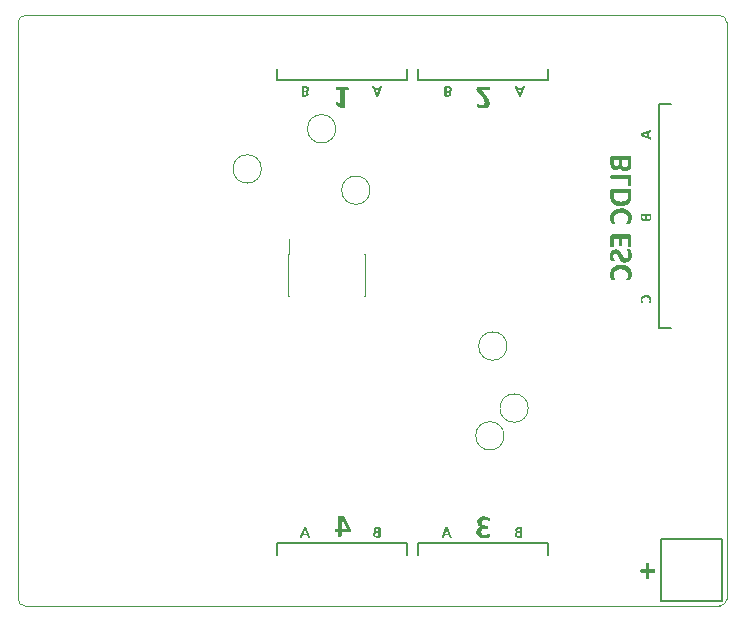
<source format=gbr>
%TF.GenerationSoftware,KiCad,Pcbnew,8.0.3*%
%TF.CreationDate,2024-11-14T20:38:21+13:00*%
%TF.ProjectId,combat-r1,636f6d62-6174-42d7-9231-2e6b69636164,rev?*%
%TF.SameCoordinates,Original*%
%TF.FileFunction,Legend,Bot*%
%TF.FilePolarity,Positive*%
%FSLAX46Y46*%
G04 Gerber Fmt 4.6, Leading zero omitted, Abs format (unit mm)*
G04 Created by KiCad (PCBNEW 8.0.3) date 2024-11-14 20:38:21*
%MOMM*%
%LPD*%
G01*
G04 APERTURE LIST*
%ADD10C,0.200000*%
%ADD11C,0.400000*%
%ADD12C,0.120000*%
%TA.AperFunction,Profile*%
%ADD13C,0.050000*%
%TD*%
G04 APERTURE END LIST*
D10*
X175300000Y-101500000D02*
X174300000Y-101500000D01*
X153900000Y-119700000D02*
X164900000Y-119700000D01*
X141900000Y-120700000D02*
X141900000Y-119700000D01*
X164900000Y-119700000D02*
X164900000Y-120700000D01*
X153900000Y-120700000D02*
X153900000Y-119700000D01*
X152900000Y-119700000D02*
X152900000Y-120700000D01*
X164900000Y-80500000D02*
X153900000Y-80500000D01*
X174300000Y-101500000D02*
X174300000Y-82500000D01*
X153900000Y-80500000D02*
X153900000Y-79500000D01*
X174400000Y-119300000D02*
X179600000Y-119300000D01*
X179600000Y-124600000D01*
X174400000Y-124600000D01*
X174400000Y-119300000D01*
X141900000Y-80500000D02*
X141900000Y-79500000D01*
X152900000Y-80500000D02*
X141900000Y-80500000D01*
X141900000Y-119700000D02*
X152900000Y-119700000D01*
X174300000Y-82500000D02*
X175300000Y-82500000D01*
X164900000Y-79500000D02*
X164900000Y-80500000D01*
X152900000Y-79500000D02*
X152900000Y-80500000D01*
G36*
X173603032Y-84698709D02*
G01*
X173613046Y-84723378D01*
X173615000Y-84772959D01*
X173613778Y-84820586D01*
X173608649Y-84848674D01*
X173598391Y-84863085D01*
X173582271Y-84870412D01*
X173411789Y-84926832D01*
X173411789Y-85260468D01*
X173586912Y-85320307D01*
X173601322Y-85327146D01*
X173609870Y-85341556D01*
X173614023Y-85371354D01*
X173614252Y-85376536D01*
X173615000Y-85426064D01*
X173614993Y-85430221D01*
X173613290Y-85479065D01*
X173604497Y-85505687D01*
X173583004Y-85511305D01*
X173544169Y-85501047D01*
X172761615Y-85226274D01*
X172741099Y-85216260D01*
X172729863Y-85196964D01*
X172724979Y-85159595D01*
X172724506Y-85144818D01*
X172724002Y-85095115D01*
X172724006Y-85092184D01*
X172889354Y-85092184D01*
X172889354Y-85092917D01*
X173271106Y-85218702D01*
X173271106Y-84966643D01*
X172889354Y-85092184D01*
X172724006Y-85092184D01*
X172724010Y-85088685D01*
X172724979Y-85038695D01*
X172729863Y-85005478D01*
X172740854Y-84987893D01*
X172759417Y-84978367D01*
X173542704Y-84704327D01*
X173581050Y-84693824D01*
X173603032Y-84698709D01*
G37*
G36*
X150730221Y-80985006D02*
G01*
X150779065Y-80986709D01*
X150805687Y-80995502D01*
X150811305Y-81016995D01*
X150801047Y-81055830D01*
X150526274Y-81838384D01*
X150516260Y-81858900D01*
X150496964Y-81870136D01*
X150459595Y-81875020D01*
X150444818Y-81875493D01*
X150395115Y-81875997D01*
X150388685Y-81875989D01*
X150338695Y-81875020D01*
X150305478Y-81870136D01*
X150287893Y-81859145D01*
X150278367Y-81840582D01*
X150099348Y-81328893D01*
X150266643Y-81328893D01*
X150392184Y-81710645D01*
X150392917Y-81710645D01*
X150518702Y-81328893D01*
X150266643Y-81328893D01*
X150099348Y-81328893D01*
X150004327Y-81057295D01*
X149993824Y-81018949D01*
X149998709Y-80996967D01*
X150023378Y-80986953D01*
X150072959Y-80985000D01*
X150120586Y-80986221D01*
X150148674Y-80991350D01*
X150163085Y-81001608D01*
X150170412Y-81017728D01*
X150226832Y-81188210D01*
X150560468Y-81188210D01*
X150620307Y-81013087D01*
X150627146Y-80998677D01*
X150641556Y-80990129D01*
X150671354Y-80985976D01*
X150676536Y-80985747D01*
X150726064Y-80985000D01*
X150730221Y-80985006D01*
G37*
D11*
G36*
X147987648Y-81208729D02*
G01*
X147983252Y-81142784D01*
X147971528Y-81099797D01*
X147954431Y-81076838D01*
X147932938Y-81070000D01*
X146952058Y-81070000D01*
X146931053Y-81076838D01*
X146913956Y-81099797D01*
X146902233Y-81142784D01*
X146898325Y-81208729D01*
X146901744Y-81275652D01*
X146912491Y-81319616D01*
X146929588Y-81343551D01*
X146952058Y-81351367D01*
X147282763Y-81351367D01*
X147282763Y-82508101D01*
X146996999Y-82351786D01*
X146945220Y-82333224D01*
X146913956Y-82341528D01*
X146897836Y-82381095D01*
X146893929Y-82460230D01*
X146895394Y-82512986D01*
X146902233Y-82548646D01*
X146916887Y-82573070D01*
X146943266Y-82593098D01*
X147325261Y-82834410D01*
X147342358Y-82843203D01*
X147369225Y-82848576D01*
X147412700Y-82851018D01*
X147482065Y-82851995D01*
X147566573Y-82850041D01*
X147614933Y-82843203D01*
X147636915Y-82830013D01*
X147642777Y-82809497D01*
X147642777Y-81351367D01*
X147932449Y-81351367D01*
X147955408Y-81343551D01*
X147972993Y-81319616D01*
X147984229Y-81275652D01*
X147987648Y-81208729D01*
G37*
D10*
G36*
X156442572Y-80986395D02*
G01*
X156491591Y-80991350D01*
X156526226Y-80997837D01*
X156573656Y-81011378D01*
X156599408Y-81021647D01*
X156644242Y-81046060D01*
X156663357Y-81060128D01*
X156699197Y-81096618D01*
X156713798Y-81117808D01*
X156735101Y-81164030D01*
X156744117Y-81199052D01*
X156748290Y-81249026D01*
X156746332Y-81281461D01*
X156734368Y-81329870D01*
X156724842Y-81351556D01*
X156696999Y-81392885D01*
X156683015Y-81407205D01*
X156641311Y-81436605D01*
X156618761Y-81447147D01*
X156571702Y-81460540D01*
X156580777Y-81464218D01*
X156624214Y-81489849D01*
X156629843Y-81494456D01*
X156663049Y-81531615D01*
X156667819Y-81539214D01*
X156686985Y-81584371D01*
X156690221Y-81597263D01*
X156695289Y-81646165D01*
X156695269Y-81649829D01*
X156690099Y-81701120D01*
X156674528Y-81748258D01*
X156651269Y-81785514D01*
X156615177Y-81819822D01*
X156612748Y-81821578D01*
X156569074Y-81845858D01*
X156519923Y-81862076D01*
X156486059Y-81868805D01*
X156434717Y-81874352D01*
X156381437Y-81875997D01*
X156158199Y-81875997D01*
X156120097Y-81862564D01*
X156104710Y-81818845D01*
X156104710Y-81735314D01*
X156281786Y-81735314D01*
X156373133Y-81735314D01*
X156390694Y-81734940D01*
X156440055Y-81727498D01*
X156481577Y-81705516D01*
X156506489Y-81669612D01*
X156514794Y-81620764D01*
X156507222Y-81574357D01*
X156484019Y-81536011D01*
X156445184Y-81510122D01*
X156432591Y-81506061D01*
X156382903Y-81500840D01*
X156281786Y-81500840D01*
X156281786Y-81735314D01*
X156104710Y-81735314D01*
X156104710Y-81375788D01*
X156281786Y-81375788D01*
X156389009Y-81375788D01*
X156420734Y-81374749D01*
X156469120Y-81366995D01*
X156476703Y-81364679D01*
X156520167Y-81341838D01*
X156521409Y-81340808D01*
X156550453Y-81301294D01*
X156552857Y-81295203D01*
X156560711Y-81246584D01*
X156560669Y-81242974D01*
X156549965Y-81194560D01*
X156520411Y-81156458D01*
X156475715Y-81133499D01*
X156462129Y-81130080D01*
X156412212Y-81125683D01*
X156281786Y-81125683D01*
X156281786Y-81375788D01*
X156104710Y-81375788D01*
X156104710Y-81042152D01*
X156120097Y-80998433D01*
X156158199Y-80985000D01*
X156394626Y-80985000D01*
X156442572Y-80986395D01*
G37*
D11*
G36*
X160004257Y-81211172D02*
G01*
X160000837Y-81145715D01*
X159990579Y-81101751D01*
X159972505Y-81077327D01*
X159948081Y-81070000D01*
X158925680Y-81070000D01*
X158873901Y-81075373D01*
X158837753Y-81095889D01*
X158817725Y-81140830D01*
X158811863Y-81216545D01*
X158815771Y-81292260D01*
X158830914Y-81347948D01*
X158859246Y-81396308D01*
X158903698Y-81447599D01*
X159211444Y-81792470D01*
X159280175Y-81867440D01*
X159344854Y-81946931D01*
X159359455Y-81966859D01*
X159415166Y-82051404D01*
X159447383Y-82110963D01*
X159483744Y-82203103D01*
X159490858Y-82231130D01*
X159502536Y-82328989D01*
X159502582Y-82335177D01*
X159487927Y-82426524D01*
X159445429Y-82501751D01*
X159374598Y-82552065D01*
X159278047Y-82570609D01*
X159274459Y-82570628D01*
X159176024Y-82562423D01*
X159130844Y-82551577D01*
X159039236Y-82517394D01*
X159020935Y-82508590D01*
X158941800Y-82465115D01*
X158892463Y-82445575D01*
X158871458Y-82453391D01*
X158856804Y-82479281D01*
X158848011Y-82528618D01*
X158844591Y-82603845D01*
X158846545Y-82654159D01*
X158852407Y-82689330D01*
X158863642Y-82715708D01*
X158887578Y-82742575D01*
X158951081Y-82782142D01*
X159043869Y-82821967D01*
X159064410Y-82829036D01*
X159158777Y-82856014D01*
X159212910Y-82867627D01*
X159311613Y-82880679D01*
X159381926Y-82883258D01*
X159481027Y-82878312D01*
X159584144Y-82860040D01*
X159624215Y-82848087D01*
X159713924Y-82809104D01*
X159796650Y-82750390D01*
X159863008Y-82672629D01*
X159899232Y-82601891D01*
X159925532Y-82506821D01*
X159932938Y-82416755D01*
X159927082Y-82313954D01*
X159916329Y-82244808D01*
X159886362Y-82145563D01*
X159847453Y-82062602D01*
X159793824Y-81973097D01*
X159734611Y-81889978D01*
X159700418Y-81846203D01*
X159635179Y-81768599D01*
X159566185Y-81692392D01*
X159496683Y-81619593D01*
X159449337Y-81571674D01*
X159241730Y-81351367D01*
X159942219Y-81351367D01*
X159967620Y-81343551D01*
X159987648Y-81319127D01*
X159999860Y-81275163D01*
X160004257Y-81211172D01*
G37*
D10*
G36*
X173469187Y-99341451D02*
G01*
X173497030Y-99340474D01*
X173516814Y-99337299D01*
X173530980Y-99331926D01*
X173546367Y-99320935D01*
X173570547Y-99291626D01*
X173594820Y-99248162D01*
X173599124Y-99238625D01*
X173615517Y-99191367D01*
X173621594Y-99167062D01*
X173629140Y-99117171D01*
X173630631Y-99080356D01*
X173628390Y-99030383D01*
X173620643Y-98978167D01*
X173607362Y-98929433D01*
X173602299Y-98915492D01*
X173579530Y-98867546D01*
X173550182Y-98824795D01*
X173517791Y-98790439D01*
X173475851Y-98757837D01*
X173431964Y-98733108D01*
X173382590Y-98713053D01*
X173377351Y-98711305D01*
X173327770Y-98698081D01*
X173273822Y-98689185D01*
X173222203Y-98684911D01*
X173181224Y-98683949D01*
X173125903Y-98685842D01*
X173073757Y-98691521D01*
X173024787Y-98700985D01*
X172978991Y-98714236D01*
X172931498Y-98733165D01*
X172883985Y-98758639D01*
X172842006Y-98788787D01*
X172830491Y-98798744D01*
X172795778Y-98834755D01*
X172766740Y-98875012D01*
X172743380Y-98919515D01*
X172739389Y-98928925D01*
X172723031Y-98977902D01*
X172712732Y-99029885D01*
X172708643Y-99079239D01*
X172708370Y-99096231D01*
X172711372Y-99145893D01*
X172714720Y-99167550D01*
X172726215Y-99216185D01*
X172731085Y-99231053D01*
X172750418Y-99276339D01*
X172754532Y-99283810D01*
X172777247Y-99316538D01*
X172792878Y-99329239D01*
X172809242Y-99334612D01*
X172832445Y-99337788D01*
X172865418Y-99338764D01*
X172901322Y-99337299D01*
X172925258Y-99332658D01*
X172938691Y-99324354D01*
X172942843Y-99313363D01*
X172930875Y-99287229D01*
X172903764Y-99246196D01*
X172882274Y-99201307D01*
X172876898Y-99186601D01*
X172866403Y-99138001D01*
X172864685Y-99103803D01*
X172870059Y-99053672D01*
X172886179Y-99009281D01*
X172914254Y-98968611D01*
X172947728Y-98938450D01*
X172991936Y-98912866D01*
X173040923Y-98895203D01*
X173044448Y-98894243D01*
X173092866Y-98884438D01*
X173141782Y-98879824D01*
X173172187Y-98879099D01*
X173223300Y-98881004D01*
X173273463Y-98887427D01*
X173307254Y-98895219D01*
X173353262Y-98911942D01*
X173396569Y-98937466D01*
X173401287Y-98941137D01*
X173435165Y-98976503D01*
X173456242Y-99013433D01*
X173470344Y-99061292D01*
X173474316Y-99108443D01*
X173470452Y-99158401D01*
X173462103Y-99191486D01*
X173443062Y-99236871D01*
X173434993Y-99251814D01*
X173408126Y-99293091D01*
X173396158Y-99318004D01*
X173398845Y-99328995D01*
X173409347Y-99335834D01*
X173431329Y-99339986D01*
X173469187Y-99341451D01*
G37*
G36*
X162830221Y-80985006D02*
G01*
X162879065Y-80986709D01*
X162905687Y-80995502D01*
X162911305Y-81016995D01*
X162901047Y-81055830D01*
X162626274Y-81838384D01*
X162616260Y-81858900D01*
X162596964Y-81870136D01*
X162559595Y-81875020D01*
X162544818Y-81875493D01*
X162495115Y-81875997D01*
X162488685Y-81875989D01*
X162438695Y-81875020D01*
X162405478Y-81870136D01*
X162387893Y-81859145D01*
X162378367Y-81840582D01*
X162199348Y-81328893D01*
X162366643Y-81328893D01*
X162492184Y-81710645D01*
X162492917Y-81710645D01*
X162618702Y-81328893D01*
X162366643Y-81328893D01*
X162199348Y-81328893D01*
X162104327Y-81057295D01*
X162093824Y-81018949D01*
X162098709Y-80996967D01*
X162123378Y-80986953D01*
X162172959Y-80985000D01*
X162220586Y-80986221D01*
X162248674Y-80991350D01*
X162263085Y-81001608D01*
X162270412Y-81017728D01*
X162326832Y-81188210D01*
X162660468Y-81188210D01*
X162720307Y-81013087D01*
X162727146Y-80998677D01*
X162741556Y-80990129D01*
X162771354Y-80985976D01*
X162776536Y-80985747D01*
X162826064Y-80985000D01*
X162830221Y-80985006D01*
G37*
D11*
G36*
X173933566Y-122032791D02*
G01*
X173929170Y-122099713D01*
X173916958Y-122143189D01*
X173897418Y-122166636D01*
X173874459Y-122173475D01*
X173447034Y-122173475D01*
X173447034Y-122646329D01*
X173440195Y-122670753D01*
X173416748Y-122688827D01*
X173372784Y-122701039D01*
X173303908Y-122704947D01*
X173235032Y-122701039D01*
X173191068Y-122688827D01*
X173167132Y-122670753D01*
X173159805Y-122646329D01*
X173159805Y-122173475D01*
X172733845Y-122173475D01*
X172710886Y-122166636D01*
X172692324Y-122143189D01*
X172679623Y-122099713D01*
X172674738Y-122032791D01*
X172678646Y-121966845D01*
X172690370Y-121922882D01*
X172707467Y-121899434D01*
X172729937Y-121892107D01*
X173159805Y-121892107D01*
X173159805Y-121421695D01*
X173167132Y-121396294D01*
X173191068Y-121376755D01*
X173235032Y-121365031D01*
X173303908Y-121360635D01*
X173372784Y-121365031D01*
X173416748Y-121376755D01*
X173440195Y-121396294D01*
X173447034Y-121421695D01*
X173447034Y-121892107D01*
X173878367Y-121892107D01*
X173899861Y-121899434D01*
X173917446Y-121922882D01*
X173929170Y-121966845D01*
X173933566Y-122032791D01*
G37*
D10*
G36*
X156311314Y-118324010D02*
G01*
X156361304Y-118324979D01*
X156394521Y-118329863D01*
X156412106Y-118340854D01*
X156421632Y-118359417D01*
X156695672Y-119142704D01*
X156706175Y-119181050D01*
X156701290Y-119203032D01*
X156676621Y-119213046D01*
X156627040Y-119215000D01*
X156579413Y-119213778D01*
X156551325Y-119208649D01*
X156536914Y-119198391D01*
X156529587Y-119182271D01*
X156473167Y-119011789D01*
X156139531Y-119011789D01*
X156079692Y-119186912D01*
X156072853Y-119201322D01*
X156058443Y-119209870D01*
X156028645Y-119214023D01*
X156023463Y-119214252D01*
X155973935Y-119215000D01*
X155969778Y-119214993D01*
X155920934Y-119213290D01*
X155894312Y-119204497D01*
X155888694Y-119183004D01*
X155898952Y-119144169D01*
X155994831Y-118871106D01*
X156181297Y-118871106D01*
X156433356Y-118871106D01*
X156307815Y-118489354D01*
X156307082Y-118489354D01*
X156181297Y-118871106D01*
X155994831Y-118871106D01*
X156173725Y-118361615D01*
X156183739Y-118341099D01*
X156203035Y-118329863D01*
X156240404Y-118324979D01*
X156255181Y-118324506D01*
X156304884Y-118324002D01*
X156311314Y-118324010D01*
G37*
D11*
G36*
X147319947Y-117348029D02*
G01*
X147417934Y-117350935D01*
X147493160Y-117359727D01*
X147539078Y-117374870D01*
X147562037Y-117395875D01*
X148114514Y-118366008D01*
X148137473Y-118414856D01*
X148151151Y-118463217D01*
X148157990Y-118520858D01*
X148159943Y-118595596D01*
X148155059Y-118680104D01*
X148139916Y-118728953D01*
X148114514Y-118750446D01*
X148080320Y-118754842D01*
X147399860Y-118754842D01*
X147399860Y-119075289D01*
X147392532Y-119099225D01*
X147365177Y-119116322D01*
X147311444Y-119126580D01*
X147228401Y-119130000D01*
X147143405Y-119126580D01*
X147089671Y-119116322D01*
X147060851Y-119099225D01*
X147052546Y-119075289D01*
X147052546Y-118754842D01*
X146894765Y-118754842D01*
X146855687Y-118719672D01*
X146853068Y-118712698D01*
X146841032Y-118615624D01*
X146841095Y-118606209D01*
X146857152Y-118506203D01*
X146894765Y-118473475D01*
X147052546Y-118473475D01*
X147399860Y-118473475D01*
X147871248Y-118473475D01*
X147402791Y-117660635D01*
X147399860Y-117660635D01*
X147399860Y-118473475D01*
X147052546Y-118473475D01*
X147052546Y-117407110D01*
X147066224Y-117381221D01*
X147109699Y-117362658D01*
X147188834Y-117351423D01*
X147208057Y-117350261D01*
X147308024Y-117348004D01*
X147319947Y-117348029D01*
G37*
G36*
X171903133Y-86937683D02*
G01*
X171930000Y-87013887D01*
X171930000Y-87486741D01*
X171927209Y-87582632D01*
X171917299Y-87680670D01*
X171904325Y-87749940D01*
X171877243Y-87844801D01*
X171856705Y-87896304D01*
X171807878Y-87985973D01*
X171779742Y-88024203D01*
X171706762Y-88095883D01*
X171664383Y-88125084D01*
X171571939Y-88167690D01*
X171501895Y-88185722D01*
X171401946Y-88194068D01*
X171337077Y-88190153D01*
X171240258Y-88166224D01*
X171196886Y-88147172D01*
X171114228Y-88091486D01*
X171085588Y-88063519D01*
X171026789Y-87980111D01*
X171005705Y-87935010D01*
X170978918Y-87840893D01*
X170971562Y-87859042D01*
X170920300Y-87945917D01*
X170911087Y-87957175D01*
X170836769Y-88023587D01*
X170821570Y-88033127D01*
X170731256Y-88071458D01*
X170705473Y-88077930D01*
X170607669Y-88088067D01*
X170600341Y-88088026D01*
X170497759Y-88077686D01*
X170403482Y-88046545D01*
X170328971Y-88000027D01*
X170260355Y-87927843D01*
X170256842Y-87922984D01*
X170208283Y-87835637D01*
X170175847Y-87737334D01*
X170162388Y-87669607D01*
X170151294Y-87566922D01*
X170148004Y-87460363D01*
X170148004Y-87443754D01*
X170429371Y-87443754D01*
X170430119Y-87478876D01*
X170445003Y-87577599D01*
X170488967Y-87660642D01*
X170560774Y-87710467D01*
X170658471Y-87727076D01*
X170751284Y-87711933D01*
X170827976Y-87665527D01*
X170879755Y-87587857D01*
X170887876Y-87562670D01*
X170897035Y-87475506D01*
X171148422Y-87475506D01*
X171150500Y-87538957D01*
X171166008Y-87635729D01*
X171170641Y-87650895D01*
X171216322Y-87737822D01*
X171218383Y-87740307D01*
X171297411Y-87798395D01*
X171309592Y-87803203D01*
X171406831Y-87818911D01*
X171414050Y-87818827D01*
X171510879Y-87797418D01*
X171587083Y-87738311D01*
X171633000Y-87648918D01*
X171639839Y-87621746D01*
X171648632Y-87521912D01*
X171648632Y-87261060D01*
X171148422Y-87261060D01*
X171148422Y-87475506D01*
X170897035Y-87475506D01*
X170898318Y-87463294D01*
X170898318Y-87261060D01*
X170429371Y-87261060D01*
X170429371Y-87443754D01*
X170148004Y-87443754D01*
X170148004Y-87013887D01*
X170174870Y-86937683D01*
X170262309Y-86906908D01*
X171815694Y-86906908D01*
X171903133Y-86937683D01*
G37*
G36*
X171771730Y-89452407D02*
G01*
X171844515Y-89448988D01*
X171893363Y-89438730D01*
X171921695Y-89421633D01*
X171930000Y-89397697D01*
X171930000Y-88582903D01*
X171903621Y-88506699D01*
X171816182Y-88475924D01*
X170205645Y-88475924D01*
X170181221Y-88484717D01*
X170163147Y-88514515D01*
X170152400Y-88569714D01*
X170148004Y-88657153D01*
X170152400Y-88745080D01*
X170163147Y-88799790D01*
X170180732Y-88829100D01*
X170205157Y-88838381D01*
X171617369Y-88838381D01*
X171617369Y-89397697D01*
X171625184Y-89421633D01*
X171651074Y-89438730D01*
X171698946Y-89448988D01*
X171771730Y-89452407D01*
G37*
G36*
X171903133Y-89690788D02*
G01*
X171930000Y-89766992D01*
X171930000Y-90191486D01*
X171927545Y-90291791D01*
X171918730Y-90398754D01*
X171903502Y-90497535D01*
X171878709Y-90598883D01*
X171872007Y-90620052D01*
X171831631Y-90719829D01*
X171779805Y-90809493D01*
X171716531Y-90889044D01*
X171695274Y-90910994D01*
X171616353Y-90977092D01*
X171525029Y-91032314D01*
X171432233Y-91072714D01*
X171328536Y-91103648D01*
X171226954Y-91122645D01*
X171116518Y-91133644D01*
X171012623Y-91136706D01*
X170934926Y-91134628D01*
X170836938Y-91125393D01*
X170734366Y-91106171D01*
X170639909Y-91077599D01*
X170619961Y-91069999D01*
X170526290Y-91025644D01*
X170442732Y-90970699D01*
X170369288Y-90905164D01*
X170355761Y-90890793D01*
X170294481Y-90812817D01*
X170243791Y-90724632D01*
X170203691Y-90626238D01*
X170176772Y-90527410D01*
X170160240Y-90430026D01*
X170150668Y-90323666D01*
X170148004Y-90223238D01*
X170148004Y-90202233D01*
X170429371Y-90202233D01*
X170431522Y-90272023D01*
X170445215Y-90377307D01*
X170474312Y-90470900D01*
X170477156Y-90477275D01*
X170528168Y-90564079D01*
X170599853Y-90638451D01*
X170609983Y-90646491D01*
X170693381Y-90697797D01*
X170789874Y-90733217D01*
X170824497Y-90741801D01*
X170926011Y-90758097D01*
X171026301Y-90763014D01*
X171092415Y-90761402D01*
X171197161Y-90751132D01*
X171298387Y-90729309D01*
X171319851Y-90722689D01*
X171411160Y-90683846D01*
X171492805Y-90627704D01*
X171497651Y-90623427D01*
X171564818Y-90545910D01*
X171610041Y-90457711D01*
X171625078Y-90411015D01*
X171643205Y-90312386D01*
X171648632Y-90207606D01*
X171648632Y-90019539D01*
X170429371Y-90019539D01*
X170429371Y-90202233D01*
X170148004Y-90202233D01*
X170148004Y-89766992D01*
X170174870Y-89690788D01*
X170262309Y-89660014D01*
X171815694Y-89660014D01*
X171903133Y-89690788D01*
G37*
G36*
X171638374Y-92653943D02*
G01*
X171694061Y-92651989D01*
X171733628Y-92645638D01*
X171761960Y-92634892D01*
X171792735Y-92612910D01*
X171841095Y-92554291D01*
X171889640Y-92467364D01*
X171898248Y-92448290D01*
X171931034Y-92353774D01*
X171943189Y-92305164D01*
X171958280Y-92205381D01*
X171961263Y-92131751D01*
X171956780Y-92031807D01*
X171941286Y-91927374D01*
X171914725Y-91829906D01*
X171904598Y-91802023D01*
X171859061Y-91706132D01*
X171800364Y-91620631D01*
X171735582Y-91551919D01*
X171651702Y-91486715D01*
X171563928Y-91437255D01*
X171465181Y-91397146D01*
X171454703Y-91393649D01*
X171355540Y-91367203D01*
X171247644Y-91349411D01*
X171144406Y-91340862D01*
X171062449Y-91338939D01*
X170951807Y-91342725D01*
X170847515Y-91354082D01*
X170749574Y-91373011D01*
X170657983Y-91399511D01*
X170562997Y-91437370D01*
X170467971Y-91488317D01*
X170384013Y-91548615D01*
X170360983Y-91568527D01*
X170291556Y-91640550D01*
X170233481Y-91721065D01*
X170186760Y-91810070D01*
X170178778Y-91828890D01*
X170146063Y-91926845D01*
X170125465Y-92030810D01*
X170117286Y-92129518D01*
X170116741Y-92163503D01*
X170122744Y-92262826D01*
X170129441Y-92306141D01*
X170152431Y-92403410D01*
X170162170Y-92433147D01*
X170200836Y-92523719D01*
X170209064Y-92538660D01*
X170254494Y-92604117D01*
X170285757Y-92629518D01*
X170318485Y-92640265D01*
X170364891Y-92646615D01*
X170430837Y-92648569D01*
X170502644Y-92645638D01*
X170550516Y-92636357D01*
X170577383Y-92619749D01*
X170585687Y-92597767D01*
X170561751Y-92545499D01*
X170507529Y-92463433D01*
X170464548Y-92373655D01*
X170453796Y-92344243D01*
X170432806Y-92247042D01*
X170429371Y-92178646D01*
X170440118Y-92078384D01*
X170472358Y-91989602D01*
X170528509Y-91908262D01*
X170595457Y-91847941D01*
X170683872Y-91796772D01*
X170781846Y-91761445D01*
X170788897Y-91759525D01*
X170885733Y-91739916D01*
X170983564Y-91730688D01*
X171044375Y-91729239D01*
X171146600Y-91733049D01*
X171246926Y-91745894D01*
X171314508Y-91761479D01*
X171406524Y-91794925D01*
X171493139Y-91845972D01*
X171502575Y-91853314D01*
X171570330Y-91924047D01*
X171612484Y-91997906D01*
X171640689Y-92093624D01*
X171648632Y-92187927D01*
X171640904Y-92287842D01*
X171624207Y-92354012D01*
X171586124Y-92444782D01*
X171569986Y-92474668D01*
X171516252Y-92557222D01*
X171492316Y-92607048D01*
X171497690Y-92629030D01*
X171518695Y-92642707D01*
X171562658Y-92651012D01*
X171638374Y-92653943D01*
G37*
G36*
X171789316Y-94592254D02*
G01*
X171855750Y-94588834D01*
X171898736Y-94578576D01*
X171922672Y-94561479D01*
X171930000Y-94538520D01*
X171930000Y-93645568D01*
X171903133Y-93569365D01*
X171815694Y-93538590D01*
X170262309Y-93538590D01*
X170174870Y-93569365D01*
X170148004Y-93645568D01*
X170148004Y-94533147D01*
X170154842Y-94555129D01*
X170178778Y-94571737D01*
X170222742Y-94581996D01*
X170290153Y-94585415D01*
X170355122Y-94581996D01*
X170398108Y-94571737D01*
X170422044Y-94555129D01*
X170429371Y-94533147D01*
X170429371Y-93898116D01*
X170867055Y-93898116D01*
X170867055Y-94435450D01*
X170874870Y-94458409D01*
X170898806Y-94475506D01*
X170941793Y-94485764D01*
X171008227Y-94489183D01*
X171075638Y-94485764D01*
X171118136Y-94475506D01*
X171141584Y-94458409D01*
X171148422Y-94435450D01*
X171148422Y-93898116D01*
X171648632Y-93898116D01*
X171648632Y-94538520D01*
X171656448Y-94561479D01*
X171680383Y-94578576D01*
X171723370Y-94588834D01*
X171789316Y-94592254D01*
G37*
G36*
X171395596Y-95930705D02*
G01*
X171495934Y-95923354D01*
X171593781Y-95898803D01*
X171641793Y-95878437D01*
X171727812Y-95825596D01*
X171800368Y-95758544D01*
X171818625Y-95736776D01*
X171873963Y-95653094D01*
X171916024Y-95557631D01*
X171925603Y-95528192D01*
X171948691Y-95428293D01*
X171960009Y-95323072D01*
X171961263Y-95272714D01*
X171956471Y-95173023D01*
X171946120Y-95101256D01*
X171923509Y-95005817D01*
X171909483Y-94962037D01*
X171870374Y-94871370D01*
X171864542Y-94860921D01*
X171823021Y-94802303D01*
X171771242Y-94776901D01*
X171674521Y-94769574D01*
X171603203Y-94772016D01*
X171556796Y-94781298D01*
X171531395Y-94797906D01*
X171523579Y-94821842D01*
X171548004Y-94876064D01*
X171599910Y-94962545D01*
X171601737Y-94965945D01*
X171641345Y-95056145D01*
X171655471Y-95097348D01*
X171675864Y-95196278D01*
X171679895Y-95273691D01*
X171668931Y-95371823D01*
X171663286Y-95391905D01*
X171616880Y-95480321D01*
X171542142Y-95536008D01*
X171445901Y-95555528D01*
X171442491Y-95555548D01*
X171346745Y-95528267D01*
X171338443Y-95522331D01*
X171269842Y-95449348D01*
X171261263Y-95436357D01*
X171213177Y-95348979D01*
X171198248Y-95316190D01*
X171157876Y-95226250D01*
X171135722Y-95177460D01*
X171090766Y-95089837D01*
X171060495Y-95038730D01*
X171001495Y-94960419D01*
X170959867Y-94918562D01*
X170878389Y-94860249D01*
X170821625Y-94832589D01*
X170721608Y-94806125D01*
X170630139Y-94799860D01*
X170531312Y-94807680D01*
X170436424Y-94833593D01*
X170405436Y-94847243D01*
X170321601Y-94898856D01*
X170248267Y-94969763D01*
X170244235Y-94974738D01*
X170188304Y-95062421D01*
X170150508Y-95157490D01*
X170148492Y-95164270D01*
X170126787Y-95262538D01*
X170117237Y-95365855D01*
X170116741Y-95396301D01*
X170123002Y-95494762D01*
X170126999Y-95522331D01*
X170147712Y-95619719D01*
X170153866Y-95640544D01*
X170189786Y-95732879D01*
X170192456Y-95738241D01*
X170227627Y-95794417D01*
X170251563Y-95812980D01*
X170276964Y-95821284D01*
X170316531Y-95826169D01*
X170376127Y-95827634D01*
X170443538Y-95825680D01*
X170488967Y-95818841D01*
X170514856Y-95804675D01*
X170523161Y-95780739D01*
X170503621Y-95732379D01*
X170460146Y-95651779D01*
X170423709Y-95559868D01*
X170417648Y-95540404D01*
X170399654Y-95443260D01*
X170398108Y-95401675D01*
X170410988Y-95304159D01*
X170412763Y-95298604D01*
X170452819Y-95224843D01*
X170514368Y-95180879D01*
X170590083Y-95166713D01*
X170684376Y-95193191D01*
X170692665Y-95198953D01*
X170761267Y-95272203D01*
X170769846Y-95285415D01*
X170818206Y-95374991D01*
X170833349Y-95408513D01*
X170873500Y-95499966D01*
X170895875Y-95548709D01*
X170940411Y-95636903D01*
X170970614Y-95688904D01*
X171029614Y-95768894D01*
X171071242Y-95811026D01*
X171152529Y-95869987D01*
X171208995Y-95897488D01*
X171306986Y-95924347D01*
X171395596Y-95930705D01*
G37*
G36*
X171638374Y-97429379D02*
G01*
X171694061Y-97427425D01*
X171733628Y-97421074D01*
X171761960Y-97410328D01*
X171792735Y-97388346D01*
X171841095Y-97329728D01*
X171889640Y-97242801D01*
X171898248Y-97223726D01*
X171931034Y-97129210D01*
X171943189Y-97080600D01*
X171958280Y-96980818D01*
X171961263Y-96907187D01*
X171956780Y-96807243D01*
X171941286Y-96702810D01*
X171914725Y-96605342D01*
X171904598Y-96577460D01*
X171859061Y-96481569D01*
X171800364Y-96396067D01*
X171735582Y-96327355D01*
X171651702Y-96262151D01*
X171563928Y-96212692D01*
X171465181Y-96172582D01*
X171454703Y-96169086D01*
X171355540Y-96142639D01*
X171247644Y-96124847D01*
X171144406Y-96116299D01*
X171062449Y-96114375D01*
X170951807Y-96118161D01*
X170847515Y-96129518D01*
X170749574Y-96148447D01*
X170657983Y-96174947D01*
X170562997Y-96212806D01*
X170467971Y-96263754D01*
X170384013Y-96324051D01*
X170360983Y-96343963D01*
X170291556Y-96415986D01*
X170233481Y-96496501D01*
X170186760Y-96585506D01*
X170178778Y-96604326D01*
X170146063Y-96702281D01*
X170125465Y-96806246D01*
X170117286Y-96904954D01*
X170116741Y-96938939D01*
X170122744Y-97038262D01*
X170129441Y-97081577D01*
X170152431Y-97178847D01*
X170162170Y-97208583D01*
X170200836Y-97299155D01*
X170209064Y-97314096D01*
X170254494Y-97379553D01*
X170285757Y-97404954D01*
X170318485Y-97415701D01*
X170364891Y-97422051D01*
X170430837Y-97424005D01*
X170502644Y-97421074D01*
X170550516Y-97411793D01*
X170577383Y-97395185D01*
X170585687Y-97373203D01*
X170561751Y-97320935D01*
X170507529Y-97238869D01*
X170464548Y-97149091D01*
X170453796Y-97119679D01*
X170432806Y-97022478D01*
X170429371Y-96954082D01*
X170440118Y-96853820D01*
X170472358Y-96765038D01*
X170528509Y-96683699D01*
X170595457Y-96623377D01*
X170683872Y-96572208D01*
X170781846Y-96536881D01*
X170788897Y-96534961D01*
X170885733Y-96515352D01*
X170983564Y-96506124D01*
X171044375Y-96504675D01*
X171146600Y-96508485D01*
X171246926Y-96521331D01*
X171314508Y-96536915D01*
X171406524Y-96570361D01*
X171493139Y-96621408D01*
X171502575Y-96628751D01*
X171570330Y-96699483D01*
X171612484Y-96773342D01*
X171640689Y-96869060D01*
X171648632Y-96963363D01*
X171640904Y-97063278D01*
X171624207Y-97129448D01*
X171586124Y-97220219D01*
X171569986Y-97250104D01*
X171516252Y-97332658D01*
X171492316Y-97382484D01*
X171497690Y-97404466D01*
X171518695Y-97418143D01*
X171562658Y-97426448D01*
X171638374Y-97429379D01*
G37*
D10*
G36*
X162679902Y-118337435D02*
G01*
X162695289Y-118381154D01*
X162695289Y-119157847D01*
X162679902Y-119201566D01*
X162641800Y-119215000D01*
X162405373Y-119215000D01*
X162357427Y-119213604D01*
X162308408Y-119208649D01*
X162273773Y-119202162D01*
X162226343Y-119188621D01*
X162200591Y-119178352D01*
X162155757Y-119153939D01*
X162136642Y-119139871D01*
X162100802Y-119103381D01*
X162086201Y-119082191D01*
X162064898Y-119035969D01*
X162055882Y-119000947D01*
X162051913Y-118953415D01*
X162239288Y-118953415D01*
X162239330Y-118957025D01*
X162250034Y-119005439D01*
X162279588Y-119043541D01*
X162324284Y-119066500D01*
X162337870Y-119069919D01*
X162387787Y-119074316D01*
X162518213Y-119074316D01*
X162518213Y-118824211D01*
X162410990Y-118824211D01*
X162379265Y-118825250D01*
X162330879Y-118833004D01*
X162323296Y-118835320D01*
X162279832Y-118858161D01*
X162278590Y-118859191D01*
X162249546Y-118898705D01*
X162247142Y-118904796D01*
X162239288Y-118953415D01*
X162051913Y-118953415D01*
X162051709Y-118950973D01*
X162053667Y-118918538D01*
X162065631Y-118870129D01*
X162075157Y-118848443D01*
X162103000Y-118807114D01*
X162116984Y-118792794D01*
X162158688Y-118763394D01*
X162181238Y-118752852D01*
X162228297Y-118739459D01*
X162219222Y-118735781D01*
X162175785Y-118710150D01*
X162170156Y-118705543D01*
X162136950Y-118668384D01*
X162132180Y-118660785D01*
X162113014Y-118615628D01*
X162109778Y-118602736D01*
X162107342Y-118579235D01*
X162285205Y-118579235D01*
X162292777Y-118625642D01*
X162315980Y-118663988D01*
X162354815Y-118689877D01*
X162367408Y-118693938D01*
X162417096Y-118699159D01*
X162518213Y-118699159D01*
X162518213Y-118464685D01*
X162426866Y-118464685D01*
X162409305Y-118465059D01*
X162359944Y-118472501D01*
X162318422Y-118494483D01*
X162293510Y-118530387D01*
X162285205Y-118579235D01*
X162107342Y-118579235D01*
X162104710Y-118553834D01*
X162104730Y-118550170D01*
X162109900Y-118498879D01*
X162125471Y-118451741D01*
X162148730Y-118414485D01*
X162184822Y-118380177D01*
X162187251Y-118378421D01*
X162230925Y-118354141D01*
X162280076Y-118337923D01*
X162313940Y-118331194D01*
X162365282Y-118325647D01*
X162418562Y-118324002D01*
X162641800Y-118324002D01*
X162679902Y-118337435D01*
G37*
G36*
X150679902Y-118337435D02*
G01*
X150695289Y-118381154D01*
X150695289Y-119157847D01*
X150679902Y-119201566D01*
X150641800Y-119215000D01*
X150405373Y-119215000D01*
X150357427Y-119213604D01*
X150308408Y-119208649D01*
X150273773Y-119202162D01*
X150226343Y-119188621D01*
X150200591Y-119178352D01*
X150155757Y-119153939D01*
X150136642Y-119139871D01*
X150100802Y-119103381D01*
X150086201Y-119082191D01*
X150064898Y-119035969D01*
X150055882Y-119000947D01*
X150051913Y-118953415D01*
X150239288Y-118953415D01*
X150239330Y-118957025D01*
X150250034Y-119005439D01*
X150279588Y-119043541D01*
X150324284Y-119066500D01*
X150337870Y-119069919D01*
X150387787Y-119074316D01*
X150518213Y-119074316D01*
X150518213Y-118824211D01*
X150410990Y-118824211D01*
X150379265Y-118825250D01*
X150330879Y-118833004D01*
X150323296Y-118835320D01*
X150279832Y-118858161D01*
X150278590Y-118859191D01*
X150249546Y-118898705D01*
X150247142Y-118904796D01*
X150239288Y-118953415D01*
X150051913Y-118953415D01*
X150051709Y-118950973D01*
X150053667Y-118918538D01*
X150065631Y-118870129D01*
X150075157Y-118848443D01*
X150103000Y-118807114D01*
X150116984Y-118792794D01*
X150158688Y-118763394D01*
X150181238Y-118752852D01*
X150228297Y-118739459D01*
X150219222Y-118735781D01*
X150175785Y-118710150D01*
X150170156Y-118705543D01*
X150136950Y-118668384D01*
X150132180Y-118660785D01*
X150113014Y-118615628D01*
X150109778Y-118602736D01*
X150107342Y-118579235D01*
X150285205Y-118579235D01*
X150292777Y-118625642D01*
X150315980Y-118663988D01*
X150354815Y-118689877D01*
X150367408Y-118693938D01*
X150417096Y-118699159D01*
X150518213Y-118699159D01*
X150518213Y-118464685D01*
X150426866Y-118464685D01*
X150409305Y-118465059D01*
X150359944Y-118472501D01*
X150318422Y-118494483D01*
X150293510Y-118530387D01*
X150285205Y-118579235D01*
X150107342Y-118579235D01*
X150104710Y-118553834D01*
X150104730Y-118550170D01*
X150109900Y-118498879D01*
X150125471Y-118451741D01*
X150148730Y-118414485D01*
X150184822Y-118380177D01*
X150187251Y-118378421D01*
X150230925Y-118354141D01*
X150280076Y-118337923D01*
X150313940Y-118331194D01*
X150365282Y-118325647D01*
X150418562Y-118324002D01*
X150641800Y-118324002D01*
X150679902Y-118337435D01*
G37*
G36*
X173601566Y-91820097D02*
G01*
X173615000Y-91858199D01*
X173615000Y-92094626D01*
X173613604Y-92142572D01*
X173608649Y-92191591D01*
X173602162Y-92226226D01*
X173588621Y-92273656D01*
X173578352Y-92299408D01*
X173553939Y-92344242D01*
X173539871Y-92363357D01*
X173503381Y-92399197D01*
X173482191Y-92413798D01*
X173435969Y-92435101D01*
X173400947Y-92444117D01*
X173350973Y-92448290D01*
X173318538Y-92446332D01*
X173270129Y-92434368D01*
X173248443Y-92424842D01*
X173207114Y-92396999D01*
X173192794Y-92383015D01*
X173163394Y-92341311D01*
X173152852Y-92318761D01*
X173139459Y-92271702D01*
X173135781Y-92280777D01*
X173110150Y-92324214D01*
X173105543Y-92329843D01*
X173068384Y-92363049D01*
X173060785Y-92367819D01*
X173015628Y-92386985D01*
X173002736Y-92390221D01*
X172953834Y-92395289D01*
X172950170Y-92395269D01*
X172898879Y-92390099D01*
X172851741Y-92374528D01*
X172814485Y-92351269D01*
X172780177Y-92315177D01*
X172778421Y-92312748D01*
X172754141Y-92269074D01*
X172737923Y-92219923D01*
X172731194Y-92186059D01*
X172725647Y-92134717D01*
X172724002Y-92081437D01*
X172724002Y-92073133D01*
X172864685Y-92073133D01*
X172865059Y-92090694D01*
X172872501Y-92140055D01*
X172894483Y-92181577D01*
X172930387Y-92206489D01*
X172979235Y-92214794D01*
X173025642Y-92207222D01*
X173063988Y-92184019D01*
X173089877Y-92145184D01*
X173093938Y-92132591D01*
X173098517Y-92089009D01*
X173224211Y-92089009D01*
X173225250Y-92120734D01*
X173233004Y-92169120D01*
X173235320Y-92176703D01*
X173258161Y-92220167D01*
X173259191Y-92221409D01*
X173298705Y-92250453D01*
X173304796Y-92252857D01*
X173353415Y-92260711D01*
X173357025Y-92260669D01*
X173405439Y-92249965D01*
X173443541Y-92220411D01*
X173466500Y-92175715D01*
X173469919Y-92162129D01*
X173474316Y-92112212D01*
X173474316Y-91981786D01*
X173224211Y-91981786D01*
X173224211Y-92089009D01*
X173098517Y-92089009D01*
X173099159Y-92082903D01*
X173099159Y-91981786D01*
X172864685Y-91981786D01*
X172864685Y-92073133D01*
X172724002Y-92073133D01*
X172724002Y-91858199D01*
X172737435Y-91820097D01*
X172781154Y-91804710D01*
X173557847Y-91804710D01*
X173601566Y-91820097D01*
G37*
D11*
G36*
X158804047Y-118710739D02*
G01*
X158812431Y-118813696D01*
X158840214Y-118913393D01*
X158854849Y-118946189D01*
X158906968Y-119029684D01*
X158974421Y-119100650D01*
X158996510Y-119118625D01*
X159082503Y-119173389D01*
X159174743Y-119212855D01*
X159213398Y-119225115D01*
X159311583Y-119247142D01*
X159416364Y-119259003D01*
X159489881Y-119261263D01*
X159588146Y-119257553D01*
X159659874Y-119249539D01*
X159756595Y-119232268D01*
X159801046Y-119221207D01*
X159894467Y-119189416D01*
X159902163Y-119186036D01*
X159954431Y-119156238D01*
X159972993Y-119130348D01*
X159983740Y-119096643D01*
X159990578Y-119047794D01*
X159992532Y-118976964D01*
X159981786Y-118881709D01*
X159948569Y-118854842D01*
X159901186Y-118874870D01*
X159815212Y-118917369D01*
X159722810Y-118951453D01*
X159693091Y-118960355D01*
X159592773Y-118977586D01*
X159533844Y-118979895D01*
X159434341Y-118970558D01*
X159400488Y-118961821D01*
X159312705Y-118918117D01*
X159302302Y-118910041D01*
X159241730Y-118829930D01*
X159221780Y-118732070D01*
X159221702Y-118724905D01*
X159238742Y-118626785D01*
X159245638Y-118610600D01*
X159305851Y-118533289D01*
X159317445Y-118524138D01*
X159406687Y-118477794D01*
X159437124Y-118468450D01*
X159536997Y-118451239D01*
X159606629Y-118448422D01*
X159760502Y-118448422D01*
X159790788Y-118444026D01*
X159811304Y-118424975D01*
X159823028Y-118385896D01*
X159826447Y-118319951D01*
X159823028Y-118258401D01*
X159812281Y-118221765D01*
X159792742Y-118203691D01*
X159764410Y-118198318D01*
X159609071Y-118198318D01*
X159508132Y-118189313D01*
X159467899Y-118179267D01*
X159377468Y-118134818D01*
X159363851Y-118124068D01*
X159302686Y-118044326D01*
X159299860Y-118038094D01*
X159278221Y-117941336D01*
X159277878Y-117926231D01*
X159293021Y-117837327D01*
X159337962Y-117764542D01*
X159414165Y-117716182D01*
X159511917Y-117698267D01*
X159523586Y-117698108D01*
X159622267Y-117708202D01*
X159658408Y-117717648D01*
X159752423Y-117751508D01*
X159771737Y-117760146D01*
X159857222Y-117803133D01*
X159908513Y-117823161D01*
X159927564Y-117818764D01*
X159941730Y-117800690D01*
X159950034Y-117761612D01*
X159952477Y-117695666D01*
X159951011Y-117640467D01*
X159945638Y-117603342D01*
X159935380Y-117577941D01*
X159915352Y-117554494D01*
X159859176Y-117517857D01*
X159767974Y-117477091D01*
X159752197Y-117471451D01*
X159653630Y-117443346D01*
X159602721Y-117432861D01*
X159503167Y-117419826D01*
X159419539Y-117416741D01*
X159319596Y-117421820D01*
X159222784Y-117438649D01*
X159190927Y-117447515D01*
X159099214Y-117484640D01*
X159023377Y-117535443D01*
X158957105Y-117608240D01*
X158920306Y-117676615D01*
X158892863Y-117771433D01*
X158885135Y-117865170D01*
X158893150Y-117962944D01*
X158905652Y-118017578D01*
X158945238Y-118111124D01*
X158966224Y-118143607D01*
X159034151Y-118214376D01*
X159066364Y-118237397D01*
X159157081Y-118281454D01*
X159204117Y-118295526D01*
X159204117Y-118299434D01*
X159105181Y-118319956D01*
X159036566Y-118346817D01*
X158952722Y-118399444D01*
X158911025Y-118438164D01*
X158851373Y-118520318D01*
X158831890Y-118562240D01*
X158807337Y-118657268D01*
X158804047Y-118710739D01*
G37*
D10*
G36*
X144342572Y-80986395D02*
G01*
X144391591Y-80991350D01*
X144426226Y-80997837D01*
X144473656Y-81011378D01*
X144499408Y-81021647D01*
X144544242Y-81046060D01*
X144563357Y-81060128D01*
X144599197Y-81096618D01*
X144613798Y-81117808D01*
X144635101Y-81164030D01*
X144644117Y-81199052D01*
X144648290Y-81249026D01*
X144646332Y-81281461D01*
X144634368Y-81329870D01*
X144624842Y-81351556D01*
X144596999Y-81392885D01*
X144583015Y-81407205D01*
X144541311Y-81436605D01*
X144518761Y-81447147D01*
X144471702Y-81460540D01*
X144480777Y-81464218D01*
X144524214Y-81489849D01*
X144529843Y-81494456D01*
X144563049Y-81531615D01*
X144567819Y-81539214D01*
X144586985Y-81584371D01*
X144590221Y-81597263D01*
X144595289Y-81646165D01*
X144595269Y-81649829D01*
X144590099Y-81701120D01*
X144574528Y-81748258D01*
X144551269Y-81785514D01*
X144515177Y-81819822D01*
X144512748Y-81821578D01*
X144469074Y-81845858D01*
X144419923Y-81862076D01*
X144386059Y-81868805D01*
X144334717Y-81874352D01*
X144281437Y-81875997D01*
X144058199Y-81875997D01*
X144020097Y-81862564D01*
X144004710Y-81818845D01*
X144004710Y-81735314D01*
X144181786Y-81735314D01*
X144273133Y-81735314D01*
X144290694Y-81734940D01*
X144340055Y-81727498D01*
X144381577Y-81705516D01*
X144406489Y-81669612D01*
X144414794Y-81620764D01*
X144407222Y-81574357D01*
X144384019Y-81536011D01*
X144345184Y-81510122D01*
X144332591Y-81506061D01*
X144282903Y-81500840D01*
X144181786Y-81500840D01*
X144181786Y-81735314D01*
X144004710Y-81735314D01*
X144004710Y-81375788D01*
X144181786Y-81375788D01*
X144289009Y-81375788D01*
X144320734Y-81374749D01*
X144369120Y-81366995D01*
X144376703Y-81364679D01*
X144420167Y-81341838D01*
X144421409Y-81340808D01*
X144450453Y-81301294D01*
X144452857Y-81295203D01*
X144460711Y-81246584D01*
X144460669Y-81242974D01*
X144449965Y-81194560D01*
X144420411Y-81156458D01*
X144375715Y-81133499D01*
X144362129Y-81130080D01*
X144312212Y-81125683D01*
X144181786Y-81125683D01*
X144181786Y-81375788D01*
X144004710Y-81375788D01*
X144004710Y-81042152D01*
X144020097Y-80998433D01*
X144058199Y-80985000D01*
X144294626Y-80985000D01*
X144342572Y-80986395D01*
G37*
G36*
X144311314Y-118324010D02*
G01*
X144361304Y-118324979D01*
X144394521Y-118329863D01*
X144412106Y-118340854D01*
X144421632Y-118359417D01*
X144695672Y-119142704D01*
X144706175Y-119181050D01*
X144701290Y-119203032D01*
X144676621Y-119213046D01*
X144627040Y-119215000D01*
X144579413Y-119213778D01*
X144551325Y-119208649D01*
X144536914Y-119198391D01*
X144529587Y-119182271D01*
X144473167Y-119011789D01*
X144139531Y-119011789D01*
X144079692Y-119186912D01*
X144072853Y-119201322D01*
X144058443Y-119209870D01*
X144028645Y-119214023D01*
X144023463Y-119214252D01*
X143973935Y-119215000D01*
X143969778Y-119214993D01*
X143920934Y-119213290D01*
X143894312Y-119204497D01*
X143888694Y-119183004D01*
X143898952Y-119144169D01*
X143994831Y-118871106D01*
X144181297Y-118871106D01*
X144433356Y-118871106D01*
X144307815Y-118489354D01*
X144307082Y-118489354D01*
X144181297Y-118871106D01*
X143994831Y-118871106D01*
X144173725Y-118361615D01*
X144183739Y-118341099D01*
X144203035Y-118329863D01*
X144240404Y-118324979D01*
X144255181Y-118324506D01*
X144304884Y-118324002D01*
X144311314Y-118324010D01*
G37*
D12*
%TO.C,TP3*%
X161150000Y-110600000D02*
G75*
G02*
X158750000Y-110600000I-1200000J0D01*
G01*
X158750000Y-110600000D02*
G75*
G02*
X161150000Y-110600000I1200000J0D01*
G01*
%TO.C,TP5*%
X161400000Y-103000000D02*
G75*
G02*
X159000000Y-103000000I-1200000J0D01*
G01*
X159000000Y-103000000D02*
G75*
G02*
X161400000Y-103000000I1200000J0D01*
G01*
%TO.C,TP4*%
X163200000Y-108250000D02*
G75*
G02*
X160800000Y-108250000I-1200000J0D01*
G01*
X160800000Y-108250000D02*
G75*
G02*
X163200000Y-108250000I1200000J0D01*
G01*
%TO.C,J3*%
X142865000Y-98765000D02*
X142865000Y-95235000D01*
X142930000Y-95235000D02*
X142865000Y-95235000D01*
X142930000Y-95235000D02*
X142930000Y-93910000D01*
X142930000Y-98765000D02*
X142865000Y-98765000D01*
X149335000Y-95235000D02*
X149270000Y-95235000D01*
X149335000Y-98765000D02*
X149270000Y-98765000D01*
X149335000Y-98765000D02*
X149335000Y-95235000D01*
%TO.C,TP2*%
X146900000Y-84600000D02*
G75*
G02*
X144500000Y-84600000I-1200000J0D01*
G01*
X144500000Y-84600000D02*
G75*
G02*
X146900000Y-84600000I1200000J0D01*
G01*
%TO.C,TP6*%
X140600000Y-88000000D02*
G75*
G02*
X138200000Y-88000000I-1200000J0D01*
G01*
X138200000Y-88000000D02*
G75*
G02*
X140600000Y-88000000I1200000J0D01*
G01*
%TO.C,TP1*%
X149800000Y-89800000D02*
G75*
G02*
X147400000Y-89800000I-1200000J0D01*
G01*
X147400000Y-89800000D02*
G75*
G02*
X149800000Y-89800000I1200000J0D01*
G01*
%TD*%
D13*
X180000000Y-124400000D02*
G75*
G02*
X179400000Y-125000000I-600000J0D01*
G01*
X120000000Y-75600000D02*
X120000000Y-124400000D01*
X179400000Y-75000000D02*
X120600000Y-75000000D01*
X180000000Y-124400000D02*
X180000000Y-75600000D01*
X120000000Y-75600000D02*
G75*
G02*
X120600000Y-75000000I600000J0D01*
G01*
X120600000Y-125000000D02*
G75*
G02*
X120000000Y-124400000I0J600000D01*
G01*
X179400000Y-75000000D02*
G75*
G02*
X180000000Y-75600000I0J-600000D01*
G01*
X120600000Y-125000000D02*
X179400000Y-125000000D01*
M02*

</source>
